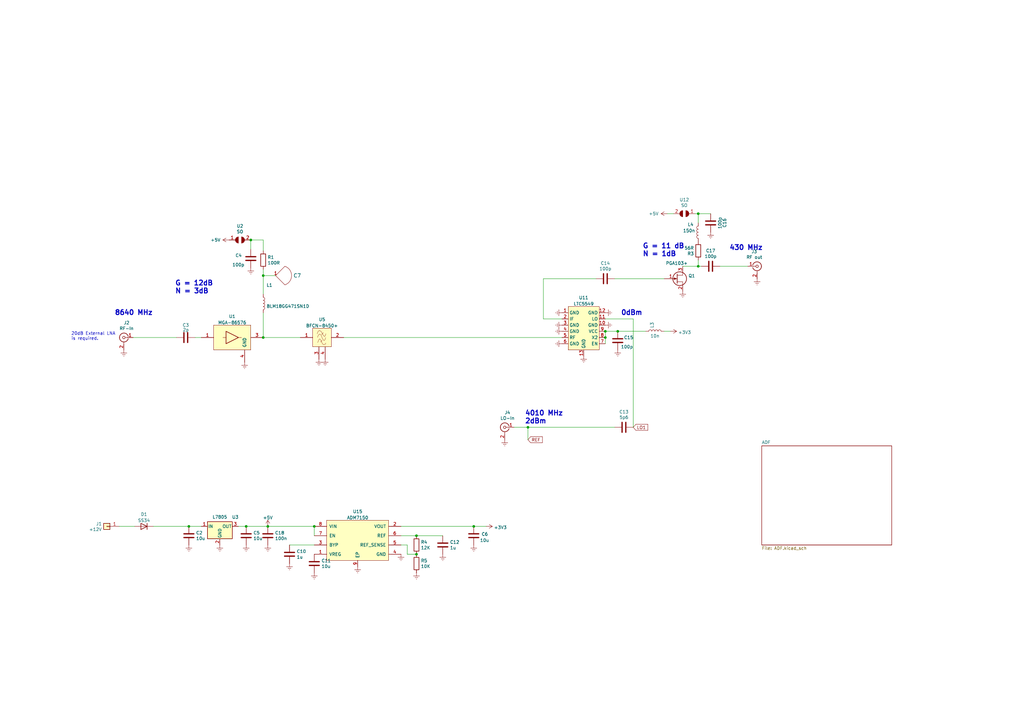
<source format=kicad_sch>
(kicad_sch (version 20211123) (generator eeschema)
  (paper "A3")
  (lib_symbols
    (symbol "Connector_Generic:Conn_01x01" (pin_names (offset 1.016) hide)
      (property "Reference" "J" (at 0 2.54 0))
      (property "Value" "Conn_01x01" (at 0 -2.54 0))
      (symbol "Conn_01x01_1_1"
        (rectangle (start -1.27 0.127) (end 0 -0.127) (stroke (width 0.1524)))
        (rectangle (start -1.27 1.27) (end 1.27 -1.27) (stroke (width 0.254)) (fill (type background)))
        (pin passive line (at -5.08 0 0) (length 3.81) (name "Pin_1") (number "1"))
      )
    )
    (symbol "Device:C" (pin_numbers hide) (pin_names (offset 0.254))
      (property "Reference" "C" (at 0.635 2.54 0))
      (property "Value" "C" (at 0.635 -2.54 0))
      (symbol "C_0_1"
        (polyline (pts (xy -2.032 -0.762) (xy 2.032 -0.762)) (stroke (width 0.508)))
        (polyline (pts (xy -2.032 0.762) (xy 2.032 0.762)) (stroke (width 0.508)))
      )
      (symbol "C_1_1"
        (pin passive line (at 0 3.81 270) (length 2.794) (name "~") (number "1"))
        (pin passive line (at 0 -3.81 90) (length 2.794) (name "~") (number "2"))
      )
    )
    (symbol "Device:D" (pin_numbers hide) (pin_names (offset 1.016) hide)
      (property "Reference" "D" (at 0 2.54 0))
      (property "Value" "D" (at 0 -2.54 0))
      (symbol "D_0_1"
        (polyline (pts (xy -1.27 1.27) (xy -1.27 -1.27)) (stroke (width 0.254)))
        (polyline (pts (xy 1.27 0) (xy -1.27 0)))
        (polyline (pts (xy 1.27 1.27) (xy 1.27 -1.27) (xy -1.27 0) (xy 1.27 1.27)) (stroke (width 0.254)))
      )
      (symbol "D_1_1"
        (pin passive line (at -3.81 0 0) (length 2.54) (name "K") (number "1"))
        (pin passive line (at 3.81 0 180) (length 2.54) (name "A") (number "2"))
      )
    )
    (symbol "Device:L" (pin_numbers hide) (pin_names (offset 1.016) hide)
      (property "Reference" "L" (at -1.27 0 90))
      (property "Value" "L" (at 1.905 0 90))
      (symbol "L_0_1"
        (arc (start 0 -2.54) (mid 0.635 -1.905) (end 0 -1.27))
        (arc (start 0 -1.27) (mid 0.635 -0.635) (end 0 0))
        (arc (start 0 0) (mid 0.635 0.635) (end 0 1.27))
        (arc (start 0 1.27) (mid 0.635 1.905) (end 0 2.54))
      )
      (symbol "L_1_1"
        (pin passive line (at 0 3.81 270) (length 1.27) (name "1") (number "1"))
        (pin passive line (at 0 -3.81 90) (length 1.27) (name "2") (number "2"))
      )
    )
    (symbol "Device:R" (pin_numbers hide) (pin_names (offset 0))
      (property "Reference" "R" (at 2.032 0 90))
      (property "Value" "R" (at 0 0 90))
      (symbol "R_0_1"
        (rectangle (start -1.016 -2.54) (end 1.016 2.54) (stroke (width 0.254)))
      )
      (symbol "R_1_1"
        (pin passive line (at 0 3.81 270) (length 1.27) (name "~") (number "1"))
        (pin passive line (at 0 -3.81 90) (length 1.27) (name "~") (number "2"))
      )
    )
    (symbol "Maarten_Kicad5:CONN_COAXIAL" (pin_names (offset 1.016) hide)
      (property "Reference" "J" (at 0.254 3.048 0))
      (property "Value" "CONN_COAXIAL" (at 2.921 0 90))
      (symbol "CONN_COAXIAL_0_1"
        (arc (start -1.778 -0.508) (mid 0.222 -1.808) (end 1.778 0) (stroke (width 0.254)))
        (polyline (pts (xy -1.27 0) (xy -0.508 0)))
        (polyline (pts (xy 0 -2.54) (xy 0 -1.778)))
        (circle (center 0 0) (radius 0.508) (stroke (width 0.2032)))
        (arc (start 1.778 0) (mid 0.222 1.8083) (end -1.778 0.508) (stroke (width 0.254)))
      )
      (symbol "CONN_COAXIAL_1_1"
        (pin passive line (at -3.81 0 0) (length 2.54) (name "In") (number "1"))
        (pin passive line (at 0 -5.08 90) (length 2.54) (name "Ext") (number "2"))
      )
    )
    (symbol "Maarten_Kicad5:SFP5189Z" (pin_names (offset 0) hide)
      (property "Reference" "Q" (at 5.08 1.905 0))
      (property "Value" "SFP5189Z" (at 5.08 0 0))
      (symbol "SFP5189Z_0_1"
        (polyline (pts (xy 0.254 1.905) (xy 0.254 -1.905) (xy 0.254 -1.905)) (stroke (width 0.254)))
        (polyline (pts (xy 2.54 -2.54) (xy 2.54 -1.27) (xy 0.254 -1.27)))
        (polyline (pts (xy 2.54 2.54) (xy 2.54 1.397) (xy 0.254 1.397)))
        (polyline (pts (xy 0 0) (xy -1.016 0.381) (xy -1.016 -0.381) (xy 0 0)) (fill (type outline)))
        (circle (center 1.27 0) (radius 2.8194) (stroke (width 0.254)))
      )
      (symbol "SFP5189Z_1_1"
        (pin input line (at -5.08 0 0) (length 5.334) (name "G") (number "1"))
        (pin passive line (at 2.54 -5.08 90) (length 2.54) (name "S") (number "2"))
        (pin passive line (at 2.54 5.08 270) (length 2.54) (name "D") (number "3"))
      )
    )
    (symbol "Maarten_Kicad5:SO" (pin_names (offset 1.016))
      (property "Reference" "U" (at 0 -2.54 0))
      (property "Value" "SO" (at 0 2.54 0))
      (symbol "SO_0_1"
        (arc (start -1.27 1.27) (mid -2.54 0) (end -1.27 -1.27) (fill (type outline)))
        (arc (start 0 -1.27) (mid 1.27 0) (end 0 1.27) (fill (type outline)))
        (polyline (pts (xy -1.27 1.27) (xy -1.27 -1.27)))
        (polyline (pts (xy 0 -1.27) (xy 0 1.27)))
      )
      (symbol "SO_1_1"
        (pin input line (at -5.08 0 0) (length 2.54) (name "~") (number "1"))
        (pin input line (at 3.81 0 180) (length 2.54) (name "~") (number "2"))
      )
    )
    (symbol "Maarten_Kicad5:printedC" (pin_names (offset 1.016))
      (property "Reference" "C" (at 1.27 -3.81 0))
      (symbol "printedC_0_1"
        (arc (start -1.27 -3.81) (mid 1.4761 0) (end -1.27 3.81))
        (polyline (pts (xy -1.27 3.81) (xy -5.08 0) (xy -1.27 -3.81)))
      )
      (symbol "printedC_1_1"
        (pin input line (at -5.08 0 0) (length 0) (name "~") (number "1"))
      )
    )
    (symbol "My_library:ADM7150" (pin_names (offset 1.016))
      (property "Reference" "U" (at 11.43 -8.89 0))
      (property "Value" "ADM7150" (at 8.89 10.16 0))
      (symbol "ADM7150_0_1"
        (rectangle (start -12.7 8.89) (end 12.7 -7.62) (fill (type background)))
      )
      (symbol "ADM7150_1_1"
        (pin input line (at -17.78 -5.08 0) (length 5.08) (name "VREG") (number "1"))
        (pin input line (at 17.78 6.35 180) (length 5.08) (name "VOUT") (number "2"))
        (pin input line (at -17.78 -1.27 0) (length 5.08) (name "BYP") (number "3"))
        (pin input line (at 17.78 -5.08 180) (length 5.08) (name "GND") (number "4"))
        (pin input line (at 17.78 -1.27 180) (length 5.08) (name "REF_SENSE") (number "5"))
        (pin input line (at 17.78 2.54 180) (length 5.08) (name "REF") (number "6"))
        (pin input line (at -17.78 2.54 0) (length 5.08) (name "EN") (number "7"))
        (pin power_in line (at -17.78 6.35 0) (length 5.08) (name "VIN") (number "8"))
        (pin input line (at 0 -10.16 90) (length 2.54) (name "EP") (number "9"))
      )
    )
    (symbol "My_library:BFCN-8450+" (pin_names (offset 1.016))
      (property "Reference" "U" (at 0 5.08 0))
      (property "Value" "BFCN-8450+" (at 8.255 5.08 0))
      (symbol "BFCN-8450+_0_1"
        (rectangle (start -3.81 3.81) (end 3.81 -3.81) (fill (type background)))
        (polyline (pts (xy -0.6096 -1.8796) (xy 0.0508 -1.1176)) (stroke (width 0.1016)))
        (polyline (pts (xy -0.1524 1.2192) (xy 0.5588 1.9812) (xy 0.5588 1.9304)) (stroke (width 0.1016)))
        (polyline (pts (xy -1.8288 0.0508) (xy -1.524 0.9652) (xy -1.016 1.4224) (xy -0.4064 1.0668) (xy 0 -0.0508) (xy 0.508 -0.9652) (xy 0.8636 -1.27) (xy 1.27 -0.8128) (xy 1.4732 0)) (stroke (width 0.1016)))
        (polyline (pts (xy -1.778 -2.0828) (xy -1.3716 -1.0668) (xy -1.1176 -0.6096) (xy -0.8128 -0.6096) (xy -0.3556 -1.3716) (xy 0.1016 -2.4384) (xy 0.6096 -2.9464) (xy 1.27 -2.794) (xy 1.5748 -2.2352)) (stroke (width 0.1016)))
        (polyline (pts (xy -1.9812 1.524) (xy -1.6256 2.4892) (xy -1.0668 2.8956) (xy -0.254 2.3876) (xy 0.1524 1.524) (xy 0.6604 0.7112) (xy 0.9652 0.4064) (xy 1.2192 0.5588) (xy 1.5748 1.524) (xy 1.6256 1.524)) (stroke (width 0.1016)))
      )
      (symbol "BFCN-8450+_1_1"
        (pin passive line (at -8.89 0 0) (length 5.08) (name "~") (number "1"))
        (pin passive line (at 8.89 0 180) (length 5.08) (name "~") (number "2"))
        (pin power_in line (at -1.27 -8.89 90) (length 5.08) (name "~") (number "3"))
        (pin power_in line (at 1.27 -8.89 90) (length 5.08) (name "~") (number "4"))
      )
    )
    (symbol "My_library:LTC5549"
      (property "Reference" "U?" (at 0 12.539 0))
      (property "Value" "LTC5549" (at 0 10.0021 0))
      (symbol "LTC5549_0_1"
        (rectangle (start -6.35 8.89) (end 6.35 -8.89) (stroke (width 0.1524)) (fill (type background)))
      )
      (symbol "LTC5549_1_1"
        (pin power_in line (at -8.89 6.35 0) (length 2.54) (name "GND") (number "1"))
        (pin power_in line (at 8.89 1.27 180) (length 2.54) (name "GND") (number "10"))
        (pin input line (at 8.89 3.81 180) (length 2.54) (name "LO") (number "11"))
        (pin power_in line (at 8.89 6.35 180) (length 2.54) (name "GND") (number "12"))
        (pin power_in line (at 0 -11.43 90) (length 2.54) (name "GND") (number "13"))
        (pin input line (at -8.89 3.81 0) (length 2.54) (name "IF") (number "2"))
        (pin power_in line (at -8.89 1.27 0) (length 2.54) (name "GND") (number "3"))
        (pin power_in line (at -8.89 -1.27 0) (length 2.54) (name "GND") (number "4"))
        (pin input line (at -8.89 -3.81 0) (length 2.54) (name "RF") (number "5"))
        (pin power_in line (at -8.89 -6.35 0) (length 2.54) (name "GND") (number "6"))
        (pin input line (at 8.89 -6.35 180) (length 2.54) (name "EN") (number "7"))
        (pin input line (at 8.89 -3.81 180) (length 2.54) (name "X2") (number "8"))
        (pin power_in line (at 8.89 -1.27 180) (length 2.54) (name "VCC") (number "9"))
      )
    )
    (symbol "My_library:NLB-310" (pin_names (offset 1.016))
      (property "Reference" "U" (at 11.43 6.35 0))
      (property "Value" "NLB-310" (at 13.97 -6.35 0))
      (symbol "NLB-310_0_1"
        (rectangle (start -5.08 5.08) (end 10.16 -5.08) (fill (type background)))
        (polyline (pts (xy 0 0) (xy -1.27 0)))
        (polyline (pts (xy 5.08 0) (xy 6.35 0)))
        (polyline (pts (xy 0 2.54) (xy 0 -2.54) (xy 5.08 0) (xy 0 2.54)) (stroke (width 0.254)))
      )
      (symbol "NLB-310_1_1"
        (pin input line (at -10.16 0 0) (length 5.08) (name "~") (number "1"))
        (pin input line (at 7.62 -10.16 90) (length 5.08) hide (name "GND") (number "2"))
        (pin input line (at 15.24 0 180) (length 5.08) (name "~") (number "3"))
        (pin input line (at 7.62 -10.16 90) (length 5.08) (name "GND") (number "4"))
      )
    )
    (symbol "Regulator_Linear:L7805" (pin_names (offset 0.254))
      (property "Reference" "U" (at -3.81 3.175 0))
      (property "Value" "L7805" (at 0 3.175 0))
      (symbol "L7805_0_1"
        (rectangle (start -5.08 1.905) (end 5.08 -5.08) (stroke (width 0.254)) (fill (type background)))
      )
      (symbol "L7805_1_1"
        (pin power_in line (at -7.62 0 0) (length 2.54) (name "IN") (number "1"))
        (pin power_in line (at 0 -7.62 90) (length 2.54) (name "GND") (number "2"))
        (pin power_out line (at 7.62 0 180) (length 2.54) (name "OUT") (number "3"))
      )
    )
    (symbol "power:+3.3V" (power) (pin_names (offset 0))
      (property "Value" "+3.3V" (at 0 3.556 0))
      (symbol "+3.3V_0_1"
        (polyline (pts (xy -0.762 1.27) (xy 0 2.54)))
        (polyline (pts (xy 0 0) (xy 0 2.54)))
        (polyline (pts (xy 0 2.54) (xy 0.762 1.27)))
      )
      (symbol "+3.3V_1_1"
        (pin power_in line (at 0 0 90) (length 0) hide (name "+3V3") (number "1"))
      )
    )
    (symbol "power:+5V" (power) (pin_names (offset 0))
      (property "Value" "+5V" (at 0 3.556 0))
      (symbol "+5V_0_1"
        (polyline (pts (xy -0.762 1.27) (xy 0 2.54)))
        (polyline (pts (xy 0 0) (xy 0 2.54)))
        (polyline (pts (xy 0 2.54) (xy 0.762 1.27)))
      )
      (symbol "+5V_1_1"
        (pin power_in line (at 0 0 90) (length 0) hide (name "+5V") (number "1"))
      )
    )
    (symbol "power:GNDREF" (power) (pin_names (offset 0))
      (property "Value" "GNDREF" (at 0 -3.81 0))
      (symbol "GNDREF_0_1"
        (polyline (pts (xy -0.635 -1.905) (xy 0.635 -1.905)))
        (polyline (pts (xy -0.127 -2.54) (xy 0.127 -2.54)))
        (polyline (pts (xy 0 -1.27) (xy 0 0)))
        (polyline (pts (xy 1.27 -1.27) (xy -1.27 -1.27)))
      )
      (symbol "GNDREF_1_1"
        (pin power_in line (at 0 0 270) (length 0) hide (name "GNDREF") (number "1"))
      )
    )
  )
  (junction (at 286.385 109.22))
  (junction (at 170.815 219.71))
  (junction (at 170.815 227.33))
  (junction (at 107.95 138.43))
  (junction (at 286.385 87.63))
  (junction (at 194.31 215.9))
  (junction (at 107.95 113.03))
  (junction (at 77.47 215.9))
  (junction (at 253.365 135.89))
  (junction (at 100.965 215.9))
  (junction (at 102.87 98.425))
  (junction (at 248.285 138.43))
  (junction (at 109.855 215.9))
  (junction (at 128.905 215.9))
  (junction (at 248.285 135.89))
  (junction (at 216.535 175.26))
  (wire (pts (xy 286.385 87.63) (xy 291.465 87.63)))
  (wire (pts (xy 286.385 87.63) (xy 286.385 91.44)))
  (wire (pts (xy 107.95 128.27) (xy 107.95 138.43)))
  (wire (pts (xy 285.115 87.63) (xy 286.385 87.63)))
  (wire (pts (xy 216.535 175.26) (xy 252.095 175.26)))
  (wire (pts (xy 210.82 175.26) (xy 216.535 175.26)))
  (wire (pts (xy 107.95 113.03) (xy 107.95 120.65)))
  (wire (pts (xy 107.95 98.425) (xy 107.95 102.87)))
  (wire (pts (xy 248.285 135.89) (xy 248.285 138.43)))
  (wire (pts (xy 62.865 215.9) (xy 77.47 215.9)))
  (wire (pts (xy 295.275 109.22) (xy 306.705 109.22)))
  (wire (pts (xy 253.365 135.89) (xy 264.795 135.89)))
  (wire (pts (xy 128.905 215.9) (xy 128.905 219.71)))
  (wire (pts (xy 167.005 227.33) (xy 170.815 227.33)))
  (wire (pts (xy 252.095 114.3) (xy 272.415 114.3)))
  (wire (pts (xy 107.95 113.03) (xy 113.03 113.03)))
  (wire (pts (xy 286.385 106.68) (xy 286.385 109.22)))
  (wire (pts (xy 80.01 138.43) (xy 82.55 138.43)))
  (wire (pts (xy 272.415 135.89) (xy 274.955 135.89)))
  (wire (pts (xy 164.465 219.71) (xy 170.815 219.71)))
  (wire (pts (xy 222.885 130.81) (xy 222.885 114.3)))
  (wire (pts (xy 170.815 219.71) (xy 181.61 219.71)))
  (wire (pts (xy 77.47 215.9) (xy 82.55 215.9)))
  (wire (pts (xy 216.535 175.26) (xy 216.535 180.34)))
  (wire (pts (xy 222.885 130.81) (xy 230.505 130.81)))
  (wire (pts (xy 164.465 215.9) (xy 194.31 215.9)))
  (wire (pts (xy 102.87 98.425) (xy 107.95 98.425)))
  (wire (pts (xy 259.715 130.81) (xy 259.715 175.26)))
  (wire (pts (xy 276.225 87.63) (xy 273.685 87.63)))
  (wire (pts (xy 48.895 215.9) (xy 55.245 215.9)))
  (wire (pts (xy 248.285 135.89) (xy 253.365 135.89)))
  (wire (pts (xy 140.97 138.43) (xy 230.505 138.43)))
  (wire (pts (xy 107.95 110.49) (xy 107.95 113.03)))
  (wire (pts (xy 167.005 223.52) (xy 167.005 227.33)))
  (wire (pts (xy 248.285 130.81) (xy 259.715 130.81)))
  (wire (pts (xy 54.61 138.43) (xy 72.39 138.43)))
  (wire (pts (xy 118.745 223.52) (xy 128.905 223.52)))
  (wire (pts (xy 248.285 138.43) (xy 248.285 140.97)))
  (wire (pts (xy 286.385 109.22) (xy 287.655 109.22)))
  (wire (pts (xy 194.31 215.9) (xy 199.39 215.9)))
  (wire (pts (xy 280.035 109.22) (xy 286.385 109.22)))
  (wire (pts (xy 102.87 98.425) (xy 102.87 102.235)))
  (wire (pts (xy 107.95 138.43) (xy 123.19 138.43)))
  (wire (pts (xy 222.885 114.3) (xy 244.475 114.3)))
  (wire (pts (xy 109.855 215.9) (xy 128.905 215.9)))
  (wire (pts (xy 164.465 223.52) (xy 167.005 223.52)))
  (wire (pts (xy 97.79 215.9) (xy 100.965 215.9)))
  (wire (pts (xy 100.965 215.9) (xy 109.855 215.9)))
  (text "20dB External LNA\nis required.\n" (at 29.21 139.7 0) (effects (font (size 1.27 1.27)) (justify left bottom)))
  (text "8640 MHz" (at 46.99 129.54 0) (effects (font (size 2.0066 2.0066) (thickness 0.4013) bold) (justify left bottom)))
  (text "0dBm" (at 254.635 129.54 0) (effects (font (size 2.0066 2.0066) (thickness 0.4013) bold) (justify left bottom)))
  (text "4010 MHz\n2dBm" (at 215.265 173.99 0) (effects (font (size 2.0066 2.0066) (thickness 0.4013) bold) (justify left bottom)))
  (text "G = 11 dB\nN = 1dB" (at 263.525 105.41 0) (effects (font (size 2.0066 2.0066) (thickness 0.4013) bold) (justify left bottom)))
  (text "G = 12dB\nN = 3dB" (at 71.755 120.65 0) (effects (font (size 2.0066 2.0066) (thickness 0.4013) bold) (justify left bottom)))
  (text "430 MHz" (at 299.085 102.87 0) (effects (font (size 2.0066 2.0066) (thickness 0.4013) bold) (justify left bottom)))
  (global_label "REF" (shape input) (at 216.535 180.34 0) (property "Intersheet References" "${INTERSHEET_REFS}" (effects hide)))
  (global_label "LO1" (shape input) (at 259.715 175.26 0) (property "Intersheet References" "${INTERSHEET_REFS}" (effects hide)))
  (symbol (lib_id "power:GNDREF") (at 207.01 180.34 0) (unit 1)
    (property "Reference" "#PWR017" (effects hide))
    (property "Value" "GNDREF" (effects hide))
  )
  (symbol (lib_id "Connector_Generic:Conn_01x01") (at 43.815 215.9 0) (mirror y) (unit 1)
    (property "Reference" "J1" (at 41.783 214.8332 0) (effects (justify left)))
    (property "Value" "+12V" (at 41.783 217.1446 0) (effects (justify left)))
    (property "Footprint" "Maarten_Kicad6:SolderWirePad_single_SMD_4x5mm" (effects hide))
  )
  (symbol (lib_id "Regulator_Linear:L7805") (at 90.17 215.9 0) (unit 1)
    (property "Reference" "U3" (at 96.52 212.09 0))
    (property "Value" "L7805" (at 90.17 212.0646 0))
    (property "Footprint" "Package_TO_SOT_SMD:TO-263-3_TabPin2" (effects hide))
    (property "Datasheet" "http://www.st.com/content/ccc/resource/technical/document/datasheet/41/4f/b3/b0/12/d4/47/88/CD00000444.pdf/files/CD00000444.pdf/jcr:content/translations/en.CD00000444.pdf" (effects hide))
  )
  (symbol (lib_id "power:GNDREF") (at 90.17 223.52 0) (unit 1)
    (property "Reference" "#PWR05" (effects hide))
    (property "Value" "GNDREF" (effects hide))
  )
  (symbol (lib_id "power:GNDREF") (at 310.515 114.3 0) (mirror y) (unit 1)
    (property "Reference" "#PWR035" (effects hide))
    (property "Value" "GNDREF" (effects hide))
  )
  (symbol (lib_id "power:GNDREF") (at 100.965 223.52 0) (unit 1)
    (property "Reference" "#PWR09" (effects hide))
    (property "Value" "GNDREF" (effects hide))
  )
  (symbol (lib_id "power:GNDREF") (at 77.47 223.52 0) (unit 1)
    (property "Reference" "#PWR03" (effects hide))
    (property "Value" "GNDREF" (effects hide))
  )
  (symbol (lib_id "Maarten_Kicad5:SFP5189Z") (at 277.495 114.3 0) (unit 1)
    (property "Reference" "Q1" (at 282.3464 113.1316 0) (effects (justify left)))
    (property "Value" "PGA103+" (at 273.05 107.95 0) (effects (justify left)))
    (property "Footprint" "Package_TO_SOT_SMD:SOT-89-3" (effects hide))
  )
  (symbol (lib_id "Device:C") (at 291.465 109.22 90) (mirror x) (unit 1)
    (property "Reference" "C17" (at 291.465 102.8192 90))
    (property "Value" "100p" (at 291.465 105.1306 90))
    (property "Footprint" "Capacitor_SMD:C_0603_1608Metric_Pad1.08x0.95mm_HandSolder" (effects hide))
  )
  (symbol (lib_id "power:GNDREF") (at 280.035 119.38 0) (mirror y) (unit 1)
    (property "Reference" "#PWR033" (effects hide))
    (property "Value" "GNDREF" (effects hide))
  )
  (symbol (lib_id "Device:C") (at 100.965 219.71 180) (unit 1)
    (property "Reference" "C5" (at 103.886 218.5416 0) (effects (justify right)))
    (property "Value" "10u" (at 103.886 220.853 0) (effects (justify right)))
    (property "Footprint" "Capacitor_SMD:C_0805_2012Metric_Pad1.18x1.45mm_HandSolder" (effects hide))
  )
  (symbol (lib_id "Device:C") (at 77.47 219.71 180) (unit 1)
    (property "Reference" "C2" (at 80.391 218.5416 0) (effects (justify right)))
    (property "Value" "10u" (at 80.391 220.853 0) (effects (justify right)))
    (property "Footprint" "Capacitor_SMD:C_0805_2012Metric_Pad1.18x1.45mm_HandSolder" (effects hide))
  )
  (symbol (lib_id "Device:L") (at 286.385 95.25 0) (mirror y) (unit 1)
    (property "Reference" "L4" (at 284.48 92.075 0) (effects (justify left)))
    (property "Value" "150n" (at 285.115 94.615 0) (effects (justify left)))
    (property "Footprint" "Inductor_SMD:L_0805_2012Metric_Pad1.15x1.40mm_HandSolder" (effects hide))
  )
  (symbol (lib_id "Device:C") (at 291.465 91.44 0) (mirror x) (unit 1)
    (property "Reference" "C16" (at 297.18 91.44 90))
    (property "Value" "100p" (at 295.275 91.44 90))
    (property "Footprint" "Capacitor_SMD:C_0603_1608Metric_Pad1.08x0.95mm_HandSolder" (effects hide))
  )
  (symbol (lib_id "power:GNDREF") (at 291.465 95.25 0) (mirror y) (unit 1)
    (property "Reference" "#PWR034" (effects hide))
    (property "Value" "GNDREF" (effects hide))
  )
  (symbol (lib_id "Maarten_Kicad5:SO") (at 280.035 87.63 0) (mirror y) (unit 1)
    (property "Reference" "U12" (at 280.67 81.915 0))
    (property "Value" "SO" (at 280.67 84.2264 0))
    (property "Footprint" "Jumper:SolderJumper-2_P1.3mm_Open_RoundedPad1.0x1.5mm" (effects hide))
  )
  (symbol (lib_id "power:GNDREF") (at 146.685 232.41 0) (unit 1)
    (property "Reference" "#PWR06" (effects hide))
    (property "Value" "GNDREF" (effects hide))
  )
  (symbol (lib_id "Device:C") (at 255.905 175.26 90) (mirror x) (unit 1)
    (property "Reference" "C13" (at 255.905 168.91 90))
    (property "Value" "5p6" (at 255.905 171.1706 90))
    (property "Footprint" "Capacitor_SMD:C_0805_2012Metric_Pad1.18x1.45mm_HandSolder" (effects hide))
  )
  (symbol (lib_id "Device:C") (at 194.31 219.71 180) (unit 1)
    (property "Reference" "C6" (at 197.485 219.075 0) (effects (justify right)))
    (property "Value" "10u" (at 196.85 221.615 0) (effects (justify right)))
    (property "Footprint" "Capacitor_SMD:C_0805_2012Metric_Pad1.18x1.45mm_HandSolder" (effects hide))
  )
  (symbol (lib_id "power:GNDREF") (at 164.465 227.33 0) (unit 1)
    (property "Reference" "#PWR057" (effects hide))
    (property "Value" "GNDREF" (effects hide))
  )
  (symbol (lib_id "power:+5V") (at 93.98 98.425 90) (unit 1)
    (property "Reference" "#PWR04" (effects hide))
    (property "Value" "+5V" (at 86.36 98.425 90) (effects (justify right)))
  )
  (symbol (lib_id "power:GNDREF") (at 102.87 109.855 0) (unit 1)
    (property "Reference" "#PWR07" (effects hide))
    (property "Value" "GNDREF" (effects hide))
  )
  (symbol (lib_id "power:GNDREF") (at 130.81 147.32 0) (unit 1)
    (property "Reference" "#PWR013" (effects hide))
    (property "Value" "GNDREF" (effects hide))
  )
  (symbol (lib_id "Device:C") (at 253.365 139.7 180) (unit 1)
    (property "Reference" "C15" (at 255.905 138.43 0) (effects (justify right)))
    (property "Value" "100p" (at 254.635 142.24 0) (effects (justify right)))
    (property "Footprint" "Capacitor_SMD:C_0603_1608Metric_Pad1.08x0.95mm_HandSolder" (effects hide))
  )
  (symbol (lib_id "power:GNDREF") (at 133.35 147.32 0) (unit 1)
    (property "Reference" "#PWR0104" (effects hide))
    (property "Value" "GNDREF" (effects hide))
  )
  (symbol (lib_id "My_library:NLB-310") (at 92.71 138.43 0) (unit 1)
    (property "Reference" "U1" (at 95.25 129.7772 0))
    (property "Value" "MGA-86576" (at 95.25 132.3141 0))
    (property "Footprint" "Maarten_Kicad6:MGA-86576" (effects hide))
  )
  (symbol (lib_id "Device:C") (at 248.285 114.3 90) (mirror x) (unit 1)
    (property "Reference" "C14" (at 248.285 107.95 90))
    (property "Value" "100p" (at 248.285 110.2106 90))
    (property "Footprint" "Capacitor_SMD:C_0805_2012Metric_Pad1.18x1.45mm_HandSolder" (effects hide))
  )
  (symbol (lib_id "power:GNDREF") (at 170.815 234.95 0) (unit 1)
    (property "Reference" "#PWR0105" (effects hide))
    (property "Value" "GNDREF" (effects hide))
  )
  (symbol (lib_id "power:+5V") (at 109.855 215.9 0) (unit 1)
    (property "Reference" "#PWR011" (effects hide))
    (property "Value" "+5V" (at 109.855 212.3242 0))
  )
  (symbol (lib_id "power:GNDREF") (at 181.61 227.33 0) (unit 1)
    (property "Reference" "#PWR058" (effects hide))
    (property "Value" "GNDREF" (effects hide))
  )
  (symbol (lib_id "Device:C") (at 76.2 138.43 90) (unit 1)
    (property "Reference" "C3" (at 76.2 133.35 90))
    (property "Value" "2p" (at 76.2 135.255 90))
    (property "Footprint" "Capacitor_SMD:C_0603_1608Metric_Pad1.08x0.95mm_HandSolder" (effects hide))
  )
  (symbol (lib_id "power:GNDREF") (at 230.505 128.27 270) (mirror x) (unit 1)
    (property "Reference" "#PWR024" (effects hide))
    (property "Value" "GNDREF" (effects hide))
  )
  (symbol (lib_id "power:GNDREF") (at 253.365 143.51 0) (unit 1)
    (property "Reference" "#PWR030" (effects hide))
    (property "Value" "GNDREF" (effects hide))
  )
  (symbol (lib_id "Device:D") (at 59.055 215.9 180) (unit 1)
    (property "Reference" "D1" (at 59.055 210.9302 0))
    (property "Value" "SS34" (at 59.055 213.4671 0))
    (property "Footprint" "Diode_SMD:D_SMA" (effects hide))
  )
  (symbol (lib_id "power:GNDREF") (at 230.505 133.35 270) (mirror x) (unit 1)
    (property "Reference" "#PWR025" (effects hide))
    (property "Value" "GNDREF" (effects hide))
  )
  (symbol (lib_id "power:GNDREF") (at 230.505 140.97 270) (mirror x) (unit 1)
    (property "Reference" "#PWR027" (effects hide))
    (property "Value" "GNDREF" (effects hide))
  )
  (symbol (lib_id "Device:L") (at 268.605 135.89 90) (unit 1)
    (property "Reference" "L3" (at 267.4366 134.5438 0) (effects (justify left)))
    (property "Value" "10n" (at 270.51 137.795 90) (effects (justify left)))
    (property "Footprint" "Inductor_SMD:L_0805_2012Metric_Pad1.05x1.20mm_HandSolder" (effects hide))
  )
  (symbol (lib_id "Device:C") (at 102.87 106.045 180) (unit 1)
    (property "Reference" "C4" (at 96.52 104.775 0) (effects (justify right)))
    (property "Value" "100p" (at 95.25 108.585 0) (effects (justify right)))
    (property "Footprint" "Capacitor_SMD:C_0603_1608Metric_Pad1.08x0.95mm_HandSolder" (effects hide))
  )
  (symbol (lib_id "Maarten_Kicad5:SO") (at 99.06 98.425 0) (unit 1)
    (property "Reference" "U2" (at 98.425 92.71 0))
    (property "Value" "SO" (at 98.425 95.0214 0))
    (property "Footprint" "Jumper:SolderJumper-2_P1.3mm_Open_RoundedPad1.0x1.5mm" (effects hide))
  )
  (symbol (lib_id "power:GNDREF") (at 194.31 223.52 0) (unit 1)
    (property "Reference" "#PWR010" (effects hide))
    (property "Value" "GNDREF" (effects hide))
  )
  (symbol (lib_id "Device:C") (at 118.745 227.33 180) (unit 1)
    (property "Reference" "C10" (at 121.666 226.1616 0) (effects (justify right)))
    (property "Value" "1u" (at 121.666 228.473 0) (effects (justify right)))
    (property "Footprint" "Capacitor_SMD:C_0805_2012Metric_Pad1.18x1.45mm_HandSolder" (effects hide))
  )
  (symbol (lib_id "Device:C") (at 109.855 219.71 180) (unit 1)
    (property "Reference" "C18" (at 112.776 218.5416 0) (effects (justify right)))
    (property "Value" "100n" (at 112.776 220.853 0) (effects (justify right)))
    (property "Footprint" "Capacitor_SMD:C_0805_2012Metric_Pad1.18x1.45mm_HandSolder" (effects hide))
  )
  (symbol (lib_id "Maarten_Kicad5:CONN_COAXIAL") (at 50.8 138.43 0) (mirror y) (unit 1)
    (property "Reference" "J2" (at 51.943 132.3848 0))
    (property "Value" "RF-In" (at 51.943 134.6962 0))
    (property "Footprint" "Maarten_Kicad6:SMA_side_PCB" (effects hide))
  )
  (symbol (lib_id "power:GNDREF") (at 248.285 133.35 90) (mirror x) (unit 1)
    (property "Reference" "#PWR029" (effects hide))
    (property "Value" "GNDREF" (effects hide))
  )
  (symbol (lib_id "power:GNDREF") (at 118.745 231.14 0) (unit 1)
    (property "Reference" "#PWR018" (effects hide))
    (property "Value" "GNDREF" (effects hide))
  )
  (symbol (lib_id "power:GNDREF") (at 109.855 223.52 0) (unit 1)
    (property "Reference" "#PWR0101" (effects hide))
    (property "Value" "GNDREF" (effects hide))
  )
  (symbol (lib_id "power:+3.3V") (at 274.955 135.89 270) (unit 1)
    (property "Reference" "#PWR032" (effects hide))
    (property "Value" "+3.3V" (at 278.13 136.3238 90) (effects (justify left)))
  )
  (symbol (lib_id "My_library:LTC5549") (at 239.395 134.62 0) (unit 1)
    (property "Reference" "U11" (at 239.395 122.081 0))
    (property "Value" "LTC5549" (at 239.395 124.6179 0))
    (property "Footprint" "Maarten_Kicad6:QFN-12-UDB Var A 3.5x2.5mm" (effects hide))
  )
  (symbol (lib_id "Maarten_Kicad5:printedC") (at 118.11 113.03 0) (unit 1)
    (property "Reference" "C7" (at 120.2944 113.03 0) (effects (font (size 1.524 1.524)) (justify left)))
    (property "Value" "printedC" (effects hide))
    (property "Footprint" "Maarten_Kicad6:PrintedC" (effects hide))
  )
  (symbol (lib_id "power:GNDREF") (at 230.505 135.89 270) (mirror x) (unit 1)
    (property "Reference" "#PWR026" (effects hide))
    (property "Value" "GNDREF" (effects hide))
  )
  (symbol (lib_id "Maarten_Kicad5:CONN_COAXIAL") (at 207.01 175.26 0) (mirror y) (unit 1)
    (property "Reference" "J4" (at 208.153 169.2148 0))
    (property "Value" "LO-In" (at 208.153 171.5262 0))
    (property "Footprint" "Maarten_Kicad6:SMA_side_PCB" (effects hide))
  )
  (symbol (lib_id "Maarten_Kicad5:CONN_COAXIAL") (at 310.515 109.22 0) (unit 1)
    (property "Reference" "J3" (at 309.372 103.1748 0))
    (property "Value" "RF out" (at 309.372 105.4862 0))
    (property "Footprint" "Maarten_Kicad6:SMA_side_PCB" (effects hide))
  )
  (symbol (lib_id "Device:R") (at 170.815 231.14 0) (unit 1)
    (property "Reference" "R5" (at 172.593 229.9716 0) (effects (justify left)))
    (property "Value" "10K" (at 172.593 232.283 0) (effects (justify left)))
    (property "Footprint" "Resistor_SMD:R_0805_2012Metric_Pad1.20x1.40mm_HandSolder" (effects hide))
  )
  (symbol (lib_id "power:GNDREF") (at 248.285 128.27 90) (mirror x) (unit 1)
    (property "Reference" "#PWR028" (effects hide))
    (property "Value" "GNDREF" (effects hide))
  )
  (symbol (lib_id "power:GNDREF") (at 128.905 234.95 0) (unit 1)
    (property "Reference" "#PWR019" (effects hide))
    (property "Value" "GNDREF" (effects hide))
  )
  (symbol (lib_id "Device:R") (at 286.385 102.87 180) (unit 1)
    (property "Reference" "R3" (at 284.607 104.0384 0) (effects (justify left)))
    (property "Value" "56R" (at 284.607 101.727 0) (effects (justify left)))
    (property "Footprint" "Resistor_SMD:R_0805_2012Metric_Pad1.20x1.40mm_HandSolder" (effects hide))
  )
  (symbol (lib_id "Device:R") (at 107.95 106.68 0) (unit 1)
    (property "Reference" "R1" (at 109.728 105.5116 0) (effects (justify left)))
    (property "Value" "100R" (at 109.728 107.823 0) (effects (justify left)))
    (property "Footprint" "Resistor_SMD:R_0805_2012Metric_Pad1.20x1.40mm_HandSolder" (effects hide))
  )
  (symbol (lib_id "Device:C") (at 128.905 231.14 180) (unit 1)
    (property "Reference" "C11" (at 131.826 229.9716 0) (effects (justify right)))
    (property "Value" "10u" (at 131.826 232.283 0) (effects (justify right)))
    (property "Footprint" "Capacitor_SMD:C_0805_2012Metric_Pad1.18x1.45mm_HandSolder" (effects hide))
  )
  (symbol (lib_id "Device:R") (at 170.815 223.52 0) (unit 1)
    (property "Reference" "R4" (at 172.593 222.3516 0) (effects (justify left)))
    (property "Value" "12K" (at 172.593 224.663 0) (effects (justify left)))
    (property "Footprint" "Resistor_SMD:R_0805_2012Metric_Pad1.20x1.40mm_HandSolder" (effects hide))
  )
  (symbol (lib_id "power:+5V") (at 273.685 87.63 90) (unit 1)
    (property "Reference" "#PWR031" (effects hide))
    (property "Value" "+5V" (at 266.065 87.63 90) (effects (justify right)))
  )
  (symbol (lib_id "My_library:ADM7150") (at 146.685 222.25 0) (unit 1)
    (property "Reference" "U15" (at 146.685 209.7872 0))
    (property "Value" "ADM7150" (at 146.685 212.3241 0))
    (property "Footprint" "Package_SO:SOIC-8-1EP_3.9x4.9mm_P1.27mm_EP2.29x3mm_ThermalVias" (effects hide))
  )
  (symbol (lib_id "My_library:BFCN-8450+") (at 132.08 138.43 0) (unit 1)
    (property "Reference" "U5" (at 132.08 131.0472 0))
    (property "Value" "BFCN-8450+" (at 132.08 133.5841 0))
    (property "Footprint" "Maarten_Kicad6:BFCN-8450" (effects hide))
  )
  (symbol (lib_id "power:GNDREF") (at 239.395 146.05 0) (mirror y) (unit 1)
    (property "Reference" "#PWR0102" (effects hide))
    (property "Value" "GNDREF" (effects hide))
  )
  (symbol (lib_id "power:GNDREF") (at 50.8 143.51 0) (unit 1)
    (property "Reference" "#PWR01" (effects hide))
    (property "Value" "GNDREF" (effects hide))
  )
  (symbol (lib_id "power:GNDREF") (at 100.33 148.59 0) (unit 1)
    (property "Reference" "#PWR0103" (effects hide))
    (property "Value" "GNDREF" (effects hide))
  )
  (symbol (lib_id "Device:C") (at 181.61 223.52 180) (unit 1)
    (property "Reference" "C12" (at 184.531 222.3516 0) (effects (justify right)))
    (property "Value" "1u" (at 184.531 224.663 0) (effects (justify right)))
    (property "Footprint" "Capacitor_SMD:C_0805_2012Metric_Pad1.18x1.45mm_HandSolder" (effects hide))
  )
  (symbol (lib_id "power:+3.3V") (at 199.39 215.9 270) (unit 1)
    (property "Reference" "#PWR012" (effects hide))
    (property "Value" "+3.3V" (at 202.565 216.3338 90) (effects (justify left)))
  )
  (symbol (lib_id "Device:L") (at 107.95 124.46 0) (unit 1)
    (property "Reference" "L1" (at 109.2962 116.9416 0) (effects (justify left)))
    (property "Value" "BLM18GG471SN1D" (at 109.2962 125.603 0) (effects (justify left)))
    (property "Footprint" "Inductor_SMD:L_0201_0603Metric_Pad0.64x0.40mm_HandSolder" (effects hide))
  )
  (sheet (at 312.42 182.88) (size 53.34 40.64) (stroke (width 0.1524))
    (property "Sheet name" "ADF" (at 312.42 182.1684 0) (effects (justify left bottom)))
    (property "Sheet file" "ADF.kicad_sch" (at 312.42 224.1046 0) (effects (justify left top)))
  )
)
</source>
